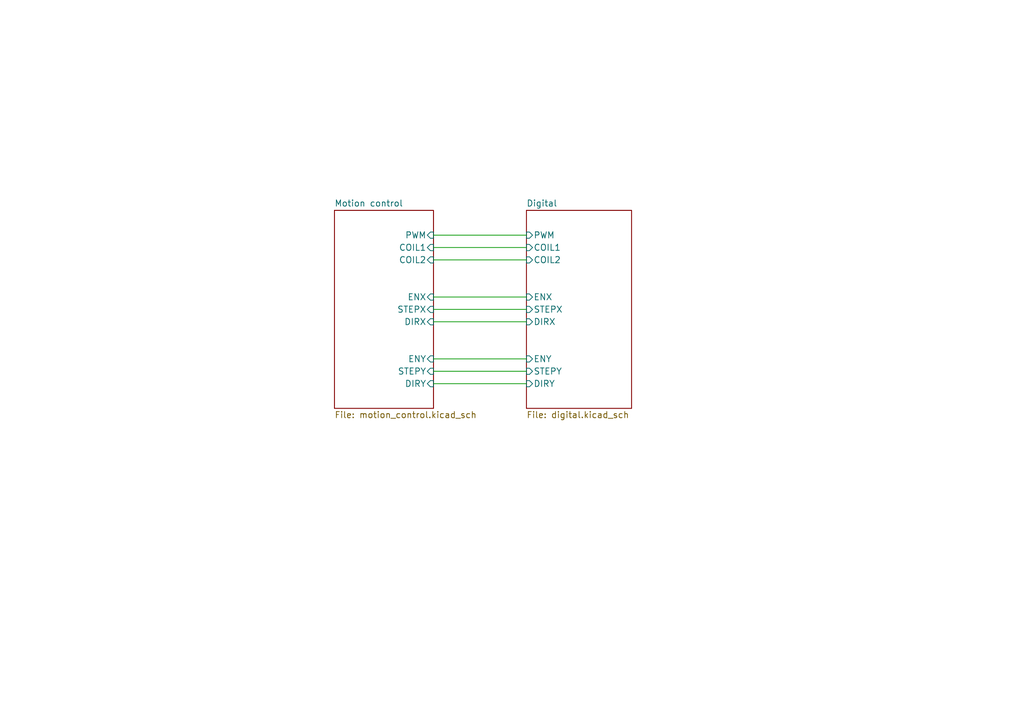
<source format=kicad_sch>
(kicad_sch (version 20230121) (generator eeschema)
  (paper "A5")
  (title_block (title "Macroscope controller"))
  (lib_symbols)
  (wire (pts (xy 88.9 73.66) (xy 107.95 73.66)))
  (wire (pts (xy 88.9 76.2) (xy 107.95 76.2)))
  (wire (pts (xy 88.9 63.5) (xy 107.95 63.5)))
  (wire (pts (xy 88.9 50.8) (xy 107.95 50.8)))
  (wire (pts (xy 88.9 48.26) (xy 107.95 48.26)))
  (wire (pts (xy 88.9 78.74) (xy 107.95 78.74)))
  (wire (pts (xy 88.9 60.96) (xy 107.95 60.96)))
  (wire (pts (xy 88.9 66.04) (xy 107.95 66.04)))
  (wire (pts (xy 88.9 53.34) (xy 107.95 53.34)))
  (sheet (at 107.95 43.18) (size 21.59 40.64) (stroke (width 0.1524))
    (property "Sheetname" "Digital" (at 107.95 42.4684 0) (effects (justify left bottom)))
    (property "Sheetfile" "digital.kicad_sch" (at 107.95 84.4046 0) (effects (justify left top)))
    (pin "STEPX" input (at 107.95 63.5 180))
    (pin "COIL1" input (at 107.95 50.8 180))
    (pin "COIL2" input (at 107.95 53.34 180))
    (pin "ENX" input (at 107.95 60.96 180))
    (pin "DIRX" input (at 107.95 66.04 180))
    (pin "DIRY" input (at 107.95 78.74 180))
    (pin "PWM" input (at 107.95 48.26 180))
    (pin "ENY" input (at 107.95 73.66 180))
    (pin "STEPY" input (at 107.95 76.2 180))
  )
  (sheet (at 68.58 43.18) (size 20.32 40.64) (stroke (width 0.1524))
    (property "Sheetname" "Motion control" (at 68.58 42.4684 0) (effects (justify left bottom)))
    (property "Sheetfile" "motion_control.kicad_sch" (at 68.58 84.4046 0) (effects (justify left top)))
    (pin "COIL2" input (at 88.9 53.34 0))
    (pin "PWM" input (at 88.9 48.26 0))
    (pin "COIL1" input (at 88.9 50.8 0))
    (pin "ENX" input (at 88.9 60.96 0))
    (pin "STEPX" input (at 88.9 63.5 0))
    (pin "DIRX" input (at 88.9 66.04 0))
    (pin "DIRY" input (at 88.9 78.74 0))
    (pin "STEPY" input (at 88.9 76.2 0))
    (pin "ENY" input (at 88.9 73.66 0))
  )
)
</source>
